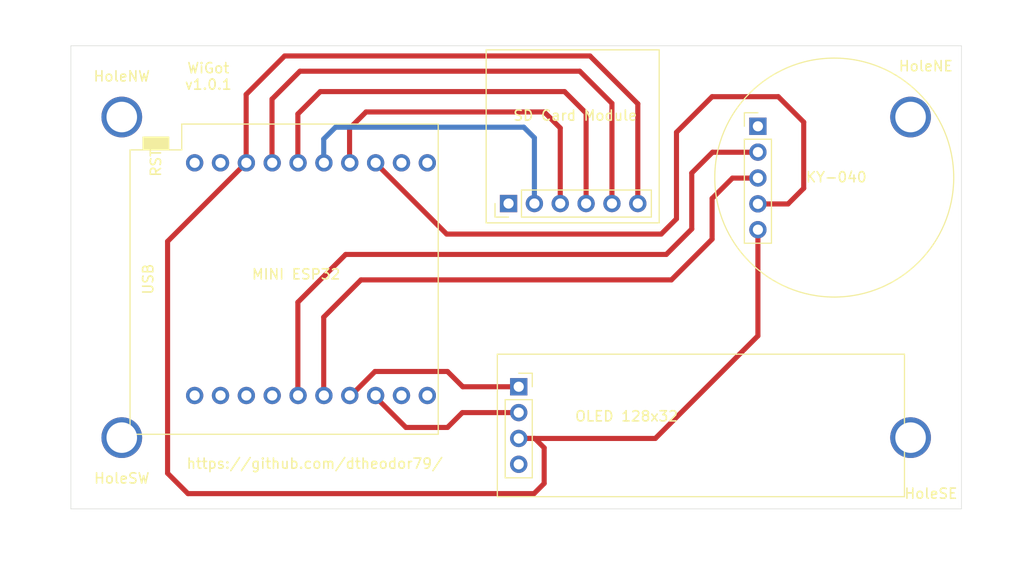
<source format=kicad_pcb>
(kicad_pcb (version 20171130) (host pcbnew "(5.1.6)-1")

  (general
    (thickness 1.6)
    (drawings 10)
    (tracks 69)
    (zones 0)
    (modules 8)
    (nets 1)
  )

  (page A4)
  (layers
    (0 F.Cu signal)
    (31 B.Cu signal)
    (32 B.Adhes user)
    (33 F.Adhes user)
    (34 B.Paste user)
    (35 F.Paste user)
    (36 B.SilkS user)
    (37 F.SilkS user)
    (38 B.Mask user)
    (39 F.Mask user)
    (40 Dwgs.User user)
    (41 Cmts.User user)
    (42 Eco1.User user)
    (43 Eco2.User user)
    (44 Edge.Cuts user)
    (45 Margin user)
    (46 B.CrtYd user)
    (47 F.CrtYd user)
    (48 B.Fab user)
    (49 F.Fab user)
  )

  (setup
    (last_trace_width 0.25)
    (user_trace_width 0.5)
    (user_trace_width 1.5)
    (user_trace_width 2)
    (trace_clearance 0.2)
    (zone_clearance 0.508)
    (zone_45_only no)
    (trace_min 0.2)
    (via_size 0.8)
    (via_drill 0.4)
    (via_min_size 0.4)
    (via_min_drill 0.3)
    (uvia_size 0.3)
    (uvia_drill 0.1)
    (uvias_allowed no)
    (uvia_min_size 0.2)
    (uvia_min_drill 0.1)
    (edge_width 0.05)
    (segment_width 0.2)
    (pcb_text_width 0.3)
    (pcb_text_size 1.5 1.5)
    (mod_edge_width 0.12)
    (mod_text_size 1 1)
    (mod_text_width 0.15)
    (pad_size 1.7 1.7)
    (pad_drill 1)
    (pad_to_mask_clearance 0.05)
    (aux_axis_origin 0 0)
    (visible_elements 7FFFFFFF)
    (pcbplotparams
      (layerselection 0x010f0_ffffffff)
      (usegerberextensions false)
      (usegerberattributes true)
      (usegerberadvancedattributes true)
      (creategerberjobfile true)
      (excludeedgelayer true)
      (linewidth 0.150000)
      (plotframeref false)
      (viasonmask false)
      (mode 1)
      (useauxorigin false)
      (hpglpennumber 1)
      (hpglpenspeed 20)
      (hpglpendiameter 15.000000)
      (psnegative false)
      (psa4output false)
      (plotreference true)
      (plotvalue false)
      (plotinvisibletext false)
      (padsonsilk true)
      (subtractmaskfromsilk false)
      (outputformat 1)
      (mirror false)
      (drillshape 0)
      (scaleselection 1)
      (outputdirectory "gerbers/"))
  )

  (net 0 "")

  (net_class Default "This is the default net class."
    (clearance 0.2)
    (trace_width 0.25)
    (via_dia 0.8)
    (via_drill 0.4)
    (uvia_dia 0.3)
    (uvia_drill 0.1)
  )

  (module wigot:oled_128x32 (layer F.Cu) (tedit 618117DA) (tstamp 618198F6)
    (at 157 83.8)
    (descr "Through hole straight socket strip, 1x04, 2.54mm pitch, single row (from Kicad 4.0.7), script generated")
    (tags "Through hole socket strip THT 1x04 2.54mm single row")
    (fp_text reference "OLED 128x32" (at 10.6 4.1) (layer F.SilkS)
      (effects (font (size 1 1) (thickness 0.15)))
    )
    (fp_text value oled_128x32 (at 10.2 5.7) (layer F.Fab)
      (effects (font (size 1 1) (thickness 0.15)))
    )
    (fp_line (start 37.9 -2) (end -2.1 -2) (layer F.SilkS) (width 0.12))
    (fp_line (start 37.9 12) (end 37.9 -2) (layer F.SilkS) (width 0.12))
    (fp_line (start -2.1 12) (end 37.9 12) (layer F.SilkS) (width 0.12))
    (fp_line (start -2.1 -2) (end -2.1 12) (layer F.SilkS) (width 0.12))
    (fp_line (start -1.27 -0.07) (end 0.635 -0.07) (layer F.Fab) (width 0.1))
    (fp_line (start 0.635 -0.07) (end 1.27 0.565) (layer F.Fab) (width 0.1))
    (fp_line (start 1.27 0.565) (end 1.27 10.09) (layer F.Fab) (width 0.1))
    (fp_line (start 1.27 10.09) (end -1.27 10.09) (layer F.Fab) (width 0.1))
    (fp_line (start -1.27 10.09) (end -1.27 -0.07) (layer F.Fab) (width 0.1))
    (fp_line (start -1.33 2.47) (end 1.33 2.47) (layer F.SilkS) (width 0.12))
    (fp_line (start -1.33 2.47) (end -1.33 10.15) (layer F.SilkS) (width 0.12))
    (fp_line (start -1.33 10.15) (end 1.33 10.15) (layer F.SilkS) (width 0.12))
    (fp_line (start 1.33 2.47) (end 1.33 10.15) (layer F.SilkS) (width 0.12))
    (fp_line (start 1.33 -0.13) (end 1.33 1.2) (layer F.SilkS) (width 0.12))
    (fp_line (start 0 -0.13) (end 1.33 -0.13) (layer F.SilkS) (width 0.12))
    (pad GND thru_hole oval (at 0 8.82) (size 1.7 1.7) (drill 1) (layers *.Cu *.Mask))
    (pad VCC thru_hole oval (at 0 6.28) (size 1.7 1.7) (drill 1) (layers *.Cu *.Mask))
    (pad SCL thru_hole oval (at 0 3.74) (size 1.7 1.7) (drill 1) (layers *.Cu *.Mask))
    (pad SDA thru_hole rect (at 0 1.2) (size 1.7 1.7) (drill 1) (layers *.Cu *.Mask))
    (model "${KIPRJMOD}/3d models/OLED 128x32 Display.step"
      (offset (xyz -1.5 -11 0))
      (scale (xyz 1 1 1))
      (rotate (xyz 0 0 0))
    )
  )

  (module wigot:ky040_rotary_encoder (layer F.Cu) (tedit 6181155A) (tstamp 61819212)
    (at 180.5 59.41)
    (descr "Through hole straight pin header, 1x05, 2.54mm pitch, single row")
    (tags "Through hole pin header THT 1x05 2.54mm single row")
    (fp_text reference KY-040 (at 7.7 5) (layer F.SilkS)
      (effects (font (size 1 1) (thickness 0.15)))
    )
    (fp_text value ky040_rotary_encoder (at 0 12.49) (layer F.Fab)
      (effects (font (size 1 1) (thickness 0.15)))
    )
    (fp_line (start -1.33 -1.33) (end 0 -1.33) (layer F.SilkS) (width 0.12))
    (fp_line (start -1.33 0) (end -1.33 -1.33) (layer F.SilkS) (width 0.12))
    (fp_line (start -1.33 1.27) (end 1.33 1.27) (layer F.SilkS) (width 0.12))
    (fp_line (start 1.33 1.27) (end 1.33 11.49) (layer F.SilkS) (width 0.12))
    (fp_line (start -1.33 1.27) (end -1.33 11.49) (layer F.SilkS) (width 0.12))
    (fp_line (start -1.33 11.49) (end 1.33 11.49) (layer F.SilkS) (width 0.12))
    (fp_line (start -1.27 -0.635) (end -0.635 -1.27) (layer F.Fab) (width 0.1))
    (fp_line (start -1.27 11.43) (end -1.27 -0.635) (layer F.Fab) (width 0.1))
    (fp_line (start 1.27 11.43) (end -1.27 11.43) (layer F.Fab) (width 0.1))
    (fp_line (start 1.27 -1.27) (end 1.27 11.43) (layer F.Fab) (width 0.1))
    (fp_line (start -0.635 -1.27) (end 1.27 -1.27) (layer F.Fab) (width 0.1))
    (fp_circle (center 7.5 5.038824) (end 15.9 13.238824) (layer F.SilkS) (width 0.12))
    (pad VCC thru_hole oval (at 0 10.16) (size 1.7 1.7) (drill 1) (layers *.Cu *.Mask))
    (pad KEY thru_hole oval (at 0 7.62) (size 1.7 1.7) (drill 1) (layers *.Cu *.Mask))
    (pad S2 thru_hole oval (at 0 5.08) (size 1.7 1.7) (drill 1) (layers *.Cu *.Mask))
    (pad S1 thru_hole oval (at 0 2.54) (size 1.7 1.7) (drill 1) (layers *.Cu *.Mask))
    (pad GND thru_hole rect (at 0 0) (size 1.7 1.7) (drill 1) (layers *.Cu *.Mask))
    (model "${KIPRJMOD}/3d models/Encoder KY-040.STEP"
      (offset (xyz 11 -3.5 0))
      (scale (xyz 1 1 1))
      (rotate (xyz -90 0 90))
    )
    (model ${KISYS3DMOD}/Connector_PinHeader_2.54mm.3dshapes/PinHeader_1x05_P2.54mm_Vertical.wrl
      (at (xyz 0 0 0))
      (scale (xyz 1 1 1))
      (rotate (xyz 0 180 0))
    )
  )

  (module wigot:sd_card_module (layer F.Cu) (tedit 61811151) (tstamp 61818D21)
    (at 155.6 67.1 90)
    (descr "Through hole straight pin header, 1x06, 2.54mm pitch, single row")
    (tags "Through hole pin header THT 1x06 2.54mm single row")
    (fp_text reference "SD Card Module" (at 8.75 6.95) (layer F.SilkS)
      (effects (font (size 1 1) (thickness 0.15)))
    )
    (fp_text value "" (at 8.5 10.5 90) (layer F.Fab)
      (effects (font (size 1 1) (thickness 0.15)))
    )
    (fp_line (start 1.8 -1.8) (end -1.8 -1.8) (layer F.CrtYd) (width 0.05))
    (fp_line (start -1.23 -0.93) (end 0.1 -0.93) (layer F.SilkS) (width 0.12))
    (fp_line (start -1.23 0.4) (end -1.23 -0.93) (layer F.SilkS) (width 0.12))
    (fp_line (start -1.23 1.67) (end 1.43 1.67) (layer F.SilkS) (width 0.12))
    (fp_line (start 1.43 1.67) (end 1.43 14.43) (layer F.SilkS) (width 0.12))
    (fp_line (start -1.23 1.67) (end -1.23 14.43) (layer F.SilkS) (width 0.12))
    (fp_line (start -1.23 14.43) (end 1.43 14.43) (layer F.SilkS) (width 0.12))
    (fp_line (start -1.17 -0.235) (end -0.535 -0.87) (layer F.Fab) (width 0.1))
    (fp_line (start -1.17 14.37) (end -1.17 -0.235) (layer F.Fab) (width 0.1))
    (fp_line (start 1.37 14.37) (end -1.17 14.37) (layer F.Fab) (width 0.1))
    (fp_line (start 1.37 -0.87) (end 1.37 14.37) (layer F.Fab) (width 0.1))
    (fp_line (start -0.535 -0.87) (end 1.37 -0.87) (layer F.Fab) (width 0.1))
    (fp_line (start -1.8 -1.8) (end 15.2 -1.8) (layer F.SilkS) (width 0.12))
    (fp_line (start 15.2 -1.8) (end 15.2 15.2) (layer F.SilkS) (width 0.12))
    (fp_line (start 15.2 15.2) (end -1.8 15.2) (layer F.SilkS) (width 0.12))
    (fp_line (start -1.8 15.2) (end -1.8 -1.8) (layer F.SilkS) (width 0.12))
    (pad 3V3 thru_hole oval (at 0.1 13.1 90) (size 1.7 1.7) (drill 1) (layers *.Cu *.Mask))
    (pad CS thru_hole oval (at 0.1 10.56 90) (size 1.7 1.7) (drill 1) (layers *.Cu *.Mask))
    (pad MOSI thru_hole oval (at 0.1 8.02 90) (size 1.7 1.7) (drill 1) (layers *.Cu *.Mask))
    (pad CLK thru_hole oval (at 0.1 5.48 90) (size 1.7 1.7) (drill 1) (layers *.Cu *.Mask))
    (pad MISO thru_hole oval (at 0.1 2.94 90) (size 1.7 1.7) (drill 1) (layers *.Cu *.Mask))
    (pad GND thru_hole rect (at 0.1 0.4 90) (size 1.7 1.7) (drill 1) (layers *.Cu *.Mask))
    (model ${KISYS3DMOD}/Connector_PinHeader_2.54mm.3dshapes/PinHeader_1x06_P2.54mm_Vertical.wrl
      (at (xyz 0 0 0))
      (scale (xyz 1 1 1))
      (rotate (xyz 0 180 0))
    )
    (model "${KIPRJMOD}/3d models/MicroSD Card Module - 1.stp"
      (offset (xyz 7.5 -6.5 0))
      (scale (xyz 1 1 1))
      (rotate (xyz 0 0 90))
    )
  )

  (module esp32_d1_mini:ESP32_mini (layer F.Cu) (tedit 618108A6) (tstamp 6181084C)
    (at 136.59 74.43 270)
    (fp_text reference "MINI ESP32" (at -0.48 1.46 180) (layer F.SilkS)
      (effects (font (size 1 1) (thickness 0.15)))
    )
    (fp_text value "" (at 0 -1.27 270) (layer F.Fab)
      (effects (font (size 1 1) (thickness 0.15)))
    )
    (fp_line (start -15.24 -12.5) (end 15.24 -12.5) (layer F.SilkS) (width 0.12))
    (fp_line (start -12.7 12.7) (end -12.7 17.78) (layer F.SilkS) (width 0.12))
    (fp_line (start 15.24 -12.5) (end 15.24 17.78) (layer F.SilkS) (width 0.12))
    (fp_line (start -15.24 -12.5) (end -15.24 12.7) (layer F.SilkS) (width 0.12))
    (fp_line (start -15.24 12.7) (end -12.7 12.7) (layer F.SilkS) (width 0.12))
    (fp_poly (pts (xy -13.97 16.51) (xy -13.97 13.97) (xy -12.7 13.97) (xy -12.7 16.51)) (layer F.SilkS) (width 0.1))
    (fp_line (start -12.7 17.78) (end 15.24 17.78) (layer F.SilkS) (width 0.12))
    (fp_line (start 13.97 16.51) (end 11.43 16.51) (layer Dwgs.User) (width 0.12))
    (fp_line (start 11.43 16.51) (end 11.43 15.24) (layer Dwgs.User) (width 0.12))
    (fp_line (start 11.43 15.24) (end 13.97 15.24) (layer Dwgs.User) (width 0.12))
    (fp_line (start 13.97 15.24) (end 13.97 16.51) (layer Dwgs.User) (width 0.12))
    (fp_line (start 11.43 12.7) (end 11.43 13.97) (layer Dwgs.User) (width 0.12))
    (fp_line (start 11.43 13.97) (end 13.97 13.97) (layer Dwgs.User) (width 0.12))
    (fp_line (start 13.97 13.97) (end 13.97 12.7) (layer Dwgs.User) (width 0.12))
    (fp_line (start 13.97 12.7) (end 11.43 12.7) (layer Dwgs.User) (width 0.12))
    (fp_text user USB (at 0 16 270) (layer F.SilkS)
      (effects (font (size 1 1) (thickness 0.15)))
    )
    (fp_text user IO_02 (at 12.7 13.335 270) (layer Dwgs.User)
      (effects (font (size 0.5 0.5) (thickness 0.125)))
    )
    (fp_text user PWR (at 12.573 15.875 270) (layer Dwgs.User)
      (effects (font (size 0.5 0.5) (thickness 0.125)))
    )
    (fp_text user RST (at -11.43 15.24 270) (layer F.SilkS)
      (effects (font (size 1 1) (thickness 0.15)))
    )
    (pad 39 thru_hole circle (at 11.43 11.43 180) (size 1.7 1.7) (drill 1) (layers *.Cu *.Mask))
    (pad 37 thru_hole circle (at 11.43 8.89 180) (size 1.7 1.7) (drill 1) (layers *.Cu *.Mask))
    (pad 5V thru_hole circle (at 11.43 6.35 180) (size 1.7 1.7) (drill 1) (layers *.Cu *.Mask))
    (pad GND thru_hole circle (at 11.43 3.81 180) (size 1.7 1.7) (drill 1) (layers *.Cu *.Mask))
    (pad 31 thru_hole circle (at 11.43 1.27 180) (size 1.7 1.7) (drill 1) (layers *.Cu *.Mask))
    (pad 29 thru_hole circle (at 11.43 -1.27 180) (size 1.7 1.7) (drill 1) (layers *.Cu *.Mask))
    (pad 27 thru_hole circle (at 11.43 -3.81 180) (size 1.7 1.7) (drill 1) (layers *.Cu *.Mask))
    (pad 25 thru_hole circle (at 11.43 -6.35 180) (size 1.7 1.7) (drill 1) (layers *.Cu *.Mask))
    (pad 23 thru_hole circle (at 11.43 -8.89 180) (size 1.7 1.7) (drill 1) (layers *.Cu *.Mask))
    (pad 21 thru_hole circle (at 11.43 -11.43 180) (size 1.7 1.7) (drill 1) (layers *.Cu *.Mask))
    (pad 20 thru_hole circle (at -11.43 11.43 180) (size 1.7 1.7) (drill 1) (layers *.Cu *.Mask))
    (pad 18 thru_hole circle (at -11.43 8.89 180) (size 1.7 1.7) (drill 1) (layers *.Cu *.Mask))
    (pad 3V3 thru_hole circle (at -11.43 6.35 180) (size 1.7 1.7) (drill 1) (layers *.Cu *.Mask))
    (pad 14 thru_hole circle (at -11.43 3.81 180) (size 1.7 1.7) (drill 1) (layers *.Cu *.Mask))
    (pad 12 thru_hole circle (at -11.43 1.27 180) (size 1.7 1.7) (drill 1) (layers *.Cu *.Mask))
    (pad 10 thru_hole circle (at -11.43 -1.27 180) (size 1.7 1.7) (drill 1) (layers *.Cu *.Mask))
    (pad 8 thru_hole circle (at -11.43 -3.81 180) (size 1.7 1.7) (drill 1) (layers *.Cu *.Mask))
    (pad 6 thru_hole circle (at -11.43 -6.35 180) (size 1.7 1.7) (drill 1) (layers *.Cu *.Mask))
    (pad 4 thru_hole circle (at -11.43 -8.89 180) (size 1.7 1.7) (drill 1) (layers *.Cu *.Mask))
    (pad 2 thru_hole circle (at -11.43 -11.43 180) (size 1.7 1.7) (drill 1) (layers *.Cu *.Mask))
    (model ${KISYS3DMOD}/Connector_PinSocket_2.54mm.3dshapes/PinSocket_1x10_P2.54mm_Vertical.wrl
      (offset (xyz 11 11.5 0))
      (scale (xyz 1 1 1))
      (rotate (xyz 0 0 0))
    )
    (model ${KISYS3DMOD}/Connector_PinHeader_2.54mm.3dshapes/PinHeader_1x10_P2.54mm_Vertical.wrl
      (offset (xyz -11.5 11 9))
      (scale (xyz 1 1 1))
      (rotate (xyz 0 -180 0))
    )
    (model "${KIPRJMOD}/3d models/Wemos-Mini-D1-ESP32.STEP"
      (offset (xyz 137 42.5 -32))
      (scale (xyz 1 1 1))
      (rotate (xyz -90 0 0))
    )
    (model ${KISYS3DMOD}/Connector_PinSocket_2.54mm.3dshapes/PinSocket_1x10_P2.54mm_Vertical.wrl
      (offset (xyz -11.5 11 0))
      (scale (xyz 1 1 1))
      (rotate (xyz 0 0 0))
    )
    (model ${KISYS3DMOD}/Connector_PinHeader_2.54mm.3dshapes/PinHeader_1x10_P2.54mm_Vertical.wrl
      (offset (xyz 11 11.5 9.5))
      (scale (xyz 1 1 1))
      (rotate (xyz 0 180 0))
    )
  )

  (module MountingHole:MountingHole_3mm (layer F.Cu) (tedit 5F5B4336) (tstamp 608B0B0E)
    (at 118 90)
    (descr "Mounting Hole 3mm, no annular")
    (tags "mounting hole 3mm no annular")
    (attr virtual)
    (fp_text reference HoleSW (at 0 4) (layer F.SilkS)
      (effects (font (size 1 1) (thickness 0.15)))
    )
    (fp_text value "" (at 0 4) (layer F.Fab)
      (effects (font (size 1 1) (thickness 0.15)))
    )
    (fp_circle (center 0 0) (end 3 0) (layer Cmts.User) (width 0.15))
    (fp_circle (center 0 0) (end 3.25 0) (layer F.CrtYd) (width 0.05))
    (pad "" np_thru_hole circle (at 0 0) (size 4 4) (drill 3) (layers *.Cu *.Mask))
  )

  (module MountingHole:MountingHole_3mm (layer F.Cu) (tedit 5F5B4336) (tstamp 608B0B00)
    (at 195.5 90)
    (descr "Mounting Hole 3mm, no annular")
    (tags "mounting hole 3mm no annular")
    (attr virtual)
    (fp_text reference HoleSE (at 2 5.5) (layer F.SilkS)
      (effects (font (size 1 1) (thickness 0.15)))
    )
    (fp_text value "" (at 0 4) (layer F.Fab)
      (effects (font (size 1 1) (thickness 0.15)))
    )
    (fp_circle (center 0 0) (end 3.25 0) (layer F.CrtYd) (width 0.05))
    (fp_circle (center 0 0) (end 3 0) (layer Cmts.User) (width 0.15))
    (pad "" np_thru_hole circle (at 0 0) (size 4 4) (drill 3) (layers *.Cu *.Mask))
  )

  (module MountingHole:MountingHole_3mm (layer F.Cu) (tedit 5F5B4336) (tstamp 608B0AF2)
    (at 195.5 58.5)
    (descr "Mounting Hole 3mm, no annular")
    (tags "mounting hole 3mm no annular")
    (attr virtual)
    (fp_text reference HoleNE (at 1.5 -5) (layer F.SilkS)
      (effects (font (size 1 1) (thickness 0.15)))
    )
    (fp_text value "" (at 0 4) (layer F.Fab)
      (effects (font (size 1 1) (thickness 0.15)))
    )
    (fp_circle (center 0 0) (end 3 0) (layer Cmts.User) (width 0.15))
    (fp_circle (center 0 0) (end 3.25 0) (layer F.CrtYd) (width 0.05))
    (pad "" np_thru_hole circle (at 0 0) (size 4 4) (drill 3) (layers *.Cu *.Mask))
  )

  (module MountingHole:MountingHole_3mm (layer F.Cu) (tedit 5F5B4336) (tstamp 608AA3C4)
    (at 118 58.5)
    (descr "Mounting Hole 3mm, no annular")
    (tags "mounting hole 3mm no annular")
    (attr virtual)
    (fp_text reference HoleNW (at 0 -4) (layer F.SilkS)
      (effects (font (size 1 1) (thickness 0.15)))
    )
    (fp_text value "" (at 0 4) (layer F.Fab)
      (effects (font (size 1 1) (thickness 0.15)))
    )
    (fp_circle (center 0 0) (end 3.25 0) (layer F.CrtYd) (width 0.05))
    (fp_circle (center 0 0) (end 3 0) (layer Cmts.User) (width 0.15))
    (pad "" np_thru_hole circle (at 0 0) (size 4 4) (drill 3) (layers *.Cu *.Mask))
  )

  (gr_text https://github.com/dtheodor79/ (at 136.95 92.55) (layer F.SilkS) (tstamp 61819A1F)
    (effects (font (size 1 1) (thickness 0.15)))
  )
  (gr_text "WiGot\nv1.0.1" (at 126.5 54.5) (layer F.SilkS) (tstamp 608B14BC)
    (effects (font (size 1 1) (thickness 0.15)))
  )
  (dimension 45.5 (width 0.15) (layer Dwgs.User)
    (gr_text "45.500 mm" (at 109.7 74.25 270) (layer Dwgs.User)
      (effects (font (size 1 1) (thickness 0.15)))
    )
    (feature1 (pts (xy 113 97) (xy 110.413579 97)))
    (feature2 (pts (xy 113 51.5) (xy 110.413579 51.5)))
    (crossbar (pts (xy 111 51.5) (xy 111 97)))
    (arrow1a (pts (xy 111 97) (xy 110.413579 95.873496)))
    (arrow1b (pts (xy 111 97) (xy 111.586421 95.873496)))
    (arrow2a (pts (xy 111 51.5) (xy 110.413579 52.626504)))
    (arrow2b (pts (xy 111 51.5) (xy 111.586421 52.626504)))
  )
  (dimension 87.5 (width 0.15) (layer Dwgs.User)
    (gr_text "87.500 mm" (at 156.75 47.7) (layer Dwgs.User)
      (effects (font (size 1 1) (thickness 0.15)))
    )
    (feature1 (pts (xy 200.5 51.5) (xy 200.5 48.413579)))
    (feature2 (pts (xy 113 51.5) (xy 113 48.413579)))
    (crossbar (pts (xy 113 49) (xy 200.5 49)))
    (arrow1a (pts (xy 200.5 49) (xy 199.373496 49.586421)))
    (arrow1b (pts (xy 200.5 49) (xy 199.373496 48.413579)))
    (arrow2a (pts (xy 113 49) (xy 114.126504 49.586421)))
    (arrow2b (pts (xy 113 49) (xy 114.126504 48.413579)))
  )
  (dimension 31.5 (width 0.15) (layer Dwgs.User)
    (gr_text "31.500 mm" (at 205.3 74.25 270) (layer Dwgs.User)
      (effects (font (size 1 1) (thickness 0.15)))
    )
    (feature1 (pts (xy 195.5 90) (xy 204.586421 90)))
    (feature2 (pts (xy 195.5 58.5) (xy 204.586421 58.5)))
    (crossbar (pts (xy 204 58.5) (xy 204 90)))
    (arrow1a (pts (xy 204 90) (xy 203.413579 88.873496)))
    (arrow1b (pts (xy 204 90) (xy 204.586421 88.873496)))
    (arrow2a (pts (xy 204 58.5) (xy 203.413579 59.626504)))
    (arrow2b (pts (xy 204 58.5) (xy 204.586421 59.626504)))
  )
  (dimension 77.5 (width 0.15) (layer Dwgs.User)
    (gr_text "77.500 mm" (at 156.75 102.8) (layer Dwgs.User)
      (effects (font (size 1 1) (thickness 0.15)))
    )
    (feature1 (pts (xy 195.5 90) (xy 195.5 102.086421)))
    (feature2 (pts (xy 118 90) (xy 118 102.086421)))
    (crossbar (pts (xy 118 101.5) (xy 195.5 101.5)))
    (arrow1a (pts (xy 195.5 101.5) (xy 194.373496 102.086421)))
    (arrow1b (pts (xy 195.5 101.5) (xy 194.373496 100.913579)))
    (arrow2a (pts (xy 118 101.5) (xy 119.126504 102.086421)))
    (arrow2b (pts (xy 118 101.5) (xy 119.126504 100.913579)))
  )
  (gr_line (start 113 51.5) (end 200.5 51.5) (layer Edge.Cuts) (width 0.05) (tstamp 608B0CB4))
  (gr_line (start 113 97) (end 113 51.5) (layer Edge.Cuts) (width 0.05))
  (gr_line (start 200.5 97) (end 113 97) (layer Edge.Cuts) (width 0.05))
  (gr_line (start 200.5 51.5) (end 200.5 97) (layer Edge.Cuts) (width 0.05))

  (segment (start 157.02 87.56) (end 157 87.54) (width 0.5) (layer B.Cu) (net 0) (tstamp 608A9758))
  (segment (start 130.22 63) (end 122.5 70.72) (width 0.5) (layer F.Cu) (net 0))
  (segment (start 122.5 70.72) (end 122.5 93.5) (width 0.5) (layer F.Cu) (net 0))
  (segment (start 122.5 93.5) (end 124.5 95.5) (width 0.5) (layer F.Cu) (net 0))
  (segment (start 124.5 95.5) (end 158.5 95.5) (width 0.5) (layer F.Cu) (net 0))
  (segment (start 158.5 95.5) (end 159.5 94.5) (width 0.5) (layer F.Cu) (net 0))
  (segment (start 159.5 94.5) (end 159.5 91) (width 0.5) (layer F.Cu) (net 0))
  (segment (start 158.58 90.08) (end 157 90.08) (width 0.5) (layer F.Cu) (net 0))
  (segment (start 159.5 91) (end 158.58 90.08) (width 0.5) (layer F.Cu) (net 0))
  (segment (start 157 85) (end 151.5 85) (width 0.5) (layer F.Cu) (net 0))
  (segment (start 151.5 85) (end 150 83.5) (width 0.5) (layer F.Cu) (net 0))
  (segment (start 142.88 83.5) (end 140.38 86) (width 0.5) (layer F.Cu) (net 0))
  (segment (start 150 83.5) (end 142.88 83.5) (width 0.5) (layer F.Cu) (net 0))
  (segment (start 157 87.54) (end 151.46 87.54) (width 0.5) (layer F.Cu) (net 0))
  (segment (start 151.46 87.54) (end 150 89) (width 0.5) (layer F.Cu) (net 0))
  (segment (start 145.92 89) (end 142.92 86) (width 0.5) (layer F.Cu) (net 0))
  (segment (start 150 89) (end 145.92 89) (width 0.5) (layer F.Cu) (net 0))
  (segment (start 130.22 56.28) (end 130.22 63) (width 0.5) (layer F.Cu) (net 0))
  (segment (start 164 52.5) (end 134 52.5) (width 0.5) (layer F.Cu) (net 0))
  (segment (start 168.7 67) (end 168.7 57.2) (width 0.5) (layer F.Cu) (net 0))
  (segment (start 134 52.5) (end 130.22 56.28) (width 0.5) (layer F.Cu) (net 0))
  (segment (start 168.7 57.2) (end 164 52.5) (width 0.5) (layer F.Cu) (net 0))
  (segment (start 166.16 67) (end 166.16 57.16) (width 0.5) (layer F.Cu) (net 0))
  (segment (start 166.16 57.16) (end 163 54) (width 0.5) (layer F.Cu) (net 0))
  (segment (start 163 54) (end 135.5 54) (width 0.5) (layer F.Cu) (net 0))
  (segment (start 132.76 56.74) (end 132.76 63) (width 0.5) (layer F.Cu) (net 0))
  (segment (start 135.5 54) (end 132.76 56.74) (width 0.5) (layer F.Cu) (net 0))
  (segment (start 163.62 67) (end 163.62 58.12) (width 0.5) (layer F.Cu) (net 0))
  (segment (start 163.62 58.12) (end 161.5 56) (width 0.5) (layer F.Cu) (net 0))
  (segment (start 161.5 56) (end 137.5 56) (width 0.5) (layer F.Cu) (net 0))
  (segment (start 135.3 58.2) (end 135.3 63) (width 0.5) (layer F.Cu) (net 0))
  (segment (start 137.5 56) (end 135.3 58.2) (width 0.5) (layer F.Cu) (net 0))
  (segment (start 161.08 67) (end 161.08 59.58) (width 0.5) (layer F.Cu) (net 0))
  (segment (start 161.08 59.58) (end 159.5 58) (width 0.5) (layer F.Cu) (net 0))
  (segment (start 159.5 58) (end 142 58) (width 0.5) (layer F.Cu) (net 0))
  (segment (start 140.38 59.62) (end 140.38 63) (width 0.5) (layer F.Cu) (net 0))
  (segment (start 142 58) (end 140.38 59.62) (width 0.5) (layer F.Cu) (net 0))
  (segment (start 158.54 67) (end 158.54 60.54) (width 0.5) (layer B.Cu) (net 0))
  (segment (start 158.54 60.54) (end 157.5 59.5) (width 0.5) (layer B.Cu) (net 0))
  (segment (start 157.5 59.5) (end 139 59.5) (width 0.5) (layer B.Cu) (net 0))
  (segment (start 137.84 60.66) (end 137.84 63) (width 0.5) (layer B.Cu) (net 0))
  (segment (start 139 59.5) (end 137.84 60.66) (width 0.5) (layer B.Cu) (net 0))
  (segment (start 176 56.5) (end 182.5 56.5) (width 0.5) (layer F.Cu) (net 0))
  (segment (start 182.5 56.5) (end 185 59) (width 0.5) (layer F.Cu) (net 0))
  (segment (start 142.92 63) (end 149.92 70) (width 0.5) (layer F.Cu) (net 0))
  (segment (start 171 70) (end 172.5 68.5) (width 0.5) (layer F.Cu) (net 0))
  (segment (start 172.5 68.5) (end 172.5 60) (width 0.5) (layer F.Cu) (net 0))
  (segment (start 149.92 70) (end 171 70) (width 0.5) (layer F.Cu) (net 0))
  (segment (start 172.5 60) (end 176 56.5) (width 0.5) (layer F.Cu) (net 0))
  (segment (start 185 59) (end 185 65.5) (width 0.5) (layer F.Cu) (net 0))
  (segment (start 183.46 67.04) (end 180.5 67.04) (width 0.5) (layer F.Cu) (net 0))
  (segment (start 185 65.5) (end 183.46 67.04) (width 0.5) (layer F.Cu) (net 0))
  (segment (start 157 90.08) (end 170.42 90.08) (width 0.5) (layer F.Cu) (net 0))
  (segment (start 180.5 80) (end 180.5 69.58) (width 0.5) (layer F.Cu) (net 0))
  (segment (start 170.42 90.08) (end 180.5 80) (width 0.5) (layer F.Cu) (net 0))
  (segment (start 135.3 76.7) (end 135.3 86) (width 0.5) (layer F.Cu) (net 0))
  (segment (start 140 72) (end 135.3 76.7) (width 0.5) (layer F.Cu) (net 0))
  (segment (start 176.04 61.96) (end 174 64) (width 0.5) (layer F.Cu) (net 0))
  (segment (start 174 69.5) (end 171.5 72) (width 0.5) (layer F.Cu) (net 0))
  (segment (start 171.5 72) (end 140 72) (width 0.5) (layer F.Cu) (net 0))
  (segment (start 174 64) (end 174 69.5) (width 0.5) (layer F.Cu) (net 0))
  (segment (start 180.5 61.96) (end 176.04 61.96) (width 0.5) (layer F.Cu) (net 0))
  (segment (start 180.5 64.5) (end 178 64.5) (width 0.5) (layer F.Cu) (net 0))
  (segment (start 178 64.5) (end 176 66.5) (width 0.5) (layer F.Cu) (net 0))
  (segment (start 176 66.5) (end 176 70.5) (width 0.5) (layer F.Cu) (net 0))
  (segment (start 176 70.5) (end 172 74.5) (width 0.5) (layer F.Cu) (net 0))
  (segment (start 172 74.5) (end 141.5 74.5) (width 0.5) (layer F.Cu) (net 0))
  (segment (start 137.84 78.16) (end 137.84 86) (width 0.5) (layer F.Cu) (net 0))
  (segment (start 141.5 74.5) (end 137.84 78.16) (width 0.5) (layer F.Cu) (net 0))

)

</source>
